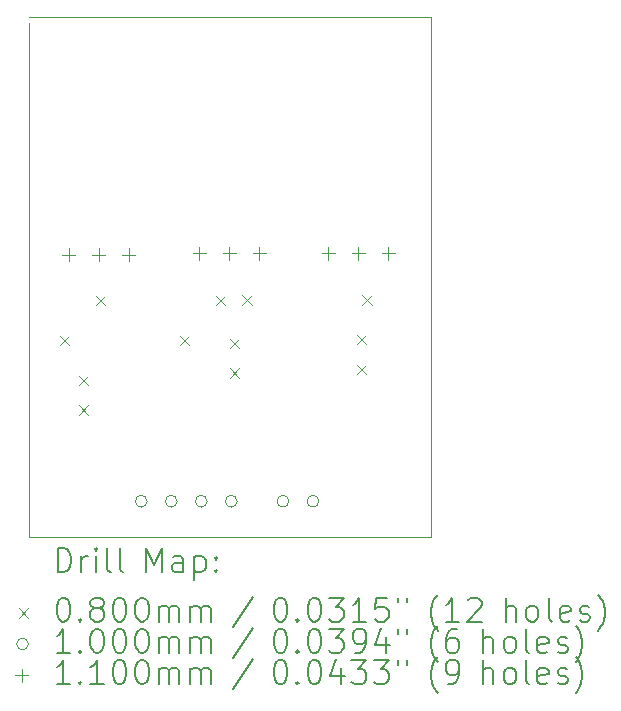
<source format=gbr>
%TF.GenerationSoftware,KiCad,Pcbnew,7.0.0-da2b9df05c~163~ubuntu20.04.1*%
%TF.CreationDate,2023-02-22T20:56:49-05:00*%
%TF.ProjectId,rgb_sw,7267625f-7377-42e6-9b69-6361645f7063,V1.0.0*%
%TF.SameCoordinates,Original*%
%TF.FileFunction,Drillmap*%
%TF.FilePolarity,Positive*%
%FSLAX45Y45*%
G04 Gerber Fmt 4.5, Leading zero omitted, Abs format (unit mm)*
G04 Created by KiCad (PCBNEW 7.0.0-da2b9df05c~163~ubuntu20.04.1) date 2023-02-22 20:56:49*
%MOMM*%
%LPD*%
G01*
G04 APERTURE LIST*
%ADD10C,0.100000*%
%ADD11C,0.200000*%
%ADD12C,0.080000*%
%ADD13C,0.110000*%
G04 APERTURE END LIST*
D10*
X13250000Y-11550000D02*
X13250000Y-7200000D01*
X16650000Y-11550000D02*
X13250000Y-11550000D01*
X16650000Y-7150000D02*
X16650000Y-11550000D01*
X13250000Y-7150000D02*
X16650000Y-7150000D01*
D11*
D12*
X13512000Y-9847000D02*
X13592000Y-9927000D01*
X13592000Y-9847000D02*
X13512000Y-9927000D01*
X13670000Y-10187489D02*
X13750000Y-10267489D01*
X13750000Y-10187489D02*
X13670000Y-10267489D01*
X13670000Y-10437489D02*
X13750000Y-10517489D01*
X13750000Y-10437489D02*
X13670000Y-10517489D01*
X13815000Y-9509000D02*
X13895000Y-9589000D01*
X13895000Y-9509000D02*
X13815000Y-9589000D01*
X14528000Y-9847000D02*
X14608000Y-9927000D01*
X14608000Y-9847000D02*
X14528000Y-9927000D01*
X14831000Y-9509000D02*
X14911000Y-9589000D01*
X14911000Y-9509000D02*
X14831000Y-9589000D01*
X14952000Y-9875489D02*
X15032000Y-9955489D01*
X15032000Y-9875489D02*
X14952000Y-9955489D01*
X14952000Y-10125489D02*
X15032000Y-10205489D01*
X15032000Y-10125489D02*
X14952000Y-10205489D01*
X15054000Y-9508000D02*
X15134000Y-9588000D01*
X15134000Y-9508000D02*
X15054000Y-9588000D01*
X16023000Y-9842489D02*
X16103000Y-9922489D01*
X16103000Y-9842489D02*
X16023000Y-9922489D01*
X16023000Y-10092489D02*
X16103000Y-10172489D01*
X16103000Y-10092489D02*
X16023000Y-10172489D01*
X16070000Y-9508000D02*
X16150000Y-9588000D01*
X16150000Y-9508000D02*
X16070000Y-9588000D01*
D10*
X14250000Y-11250000D02*
G75*
G03*
X14250000Y-11250000I-50000J0D01*
G01*
X14504000Y-11250000D02*
G75*
G03*
X14504000Y-11250000I-50000J0D01*
G01*
X14758000Y-11250000D02*
G75*
G03*
X14758000Y-11250000I-50000J0D01*
G01*
X15012000Y-11250000D02*
G75*
G03*
X15012000Y-11250000I-50000J0D01*
G01*
X15450000Y-11250000D02*
G75*
G03*
X15450000Y-11250000I-50000J0D01*
G01*
X15704000Y-11250000D02*
G75*
G03*
X15704000Y-11250000I-50000J0D01*
G01*
D13*
X13587000Y-9109000D02*
X13587000Y-9219000D01*
X13532000Y-9164000D02*
X13642000Y-9164000D01*
X13841000Y-9109000D02*
X13841000Y-9219000D01*
X13786000Y-9164000D02*
X13896000Y-9164000D01*
X14095000Y-9109000D02*
X14095000Y-9219000D01*
X14040000Y-9164000D02*
X14150000Y-9164000D01*
X14690000Y-9097000D02*
X14690000Y-9207000D01*
X14635000Y-9152000D02*
X14745000Y-9152000D01*
X14944000Y-9097000D02*
X14944000Y-9207000D01*
X14889000Y-9152000D02*
X14999000Y-9152000D01*
X15198000Y-9097000D02*
X15198000Y-9207000D01*
X15143000Y-9152000D02*
X15253000Y-9152000D01*
X15785000Y-9097000D02*
X15785000Y-9207000D01*
X15730000Y-9152000D02*
X15840000Y-9152000D01*
X16039000Y-9097000D02*
X16039000Y-9207000D01*
X15984000Y-9152000D02*
X16094000Y-9152000D01*
X16293000Y-9097000D02*
X16293000Y-9207000D01*
X16238000Y-9152000D02*
X16348000Y-9152000D01*
D11*
X13492619Y-11848476D02*
X13492619Y-11648476D01*
X13492619Y-11648476D02*
X13540238Y-11648476D01*
X13540238Y-11648476D02*
X13568809Y-11658000D01*
X13568809Y-11658000D02*
X13587857Y-11677048D01*
X13587857Y-11677048D02*
X13597381Y-11696095D01*
X13597381Y-11696095D02*
X13606905Y-11734190D01*
X13606905Y-11734190D02*
X13606905Y-11762762D01*
X13606905Y-11762762D02*
X13597381Y-11800857D01*
X13597381Y-11800857D02*
X13587857Y-11819905D01*
X13587857Y-11819905D02*
X13568809Y-11838952D01*
X13568809Y-11838952D02*
X13540238Y-11848476D01*
X13540238Y-11848476D02*
X13492619Y-11848476D01*
X13692619Y-11848476D02*
X13692619Y-11715143D01*
X13692619Y-11753238D02*
X13702143Y-11734190D01*
X13702143Y-11734190D02*
X13711667Y-11724667D01*
X13711667Y-11724667D02*
X13730714Y-11715143D01*
X13730714Y-11715143D02*
X13749762Y-11715143D01*
X13816428Y-11848476D02*
X13816428Y-11715143D01*
X13816428Y-11648476D02*
X13806905Y-11658000D01*
X13806905Y-11658000D02*
X13816428Y-11667524D01*
X13816428Y-11667524D02*
X13825952Y-11658000D01*
X13825952Y-11658000D02*
X13816428Y-11648476D01*
X13816428Y-11648476D02*
X13816428Y-11667524D01*
X13940238Y-11848476D02*
X13921190Y-11838952D01*
X13921190Y-11838952D02*
X13911667Y-11819905D01*
X13911667Y-11819905D02*
X13911667Y-11648476D01*
X14045000Y-11848476D02*
X14025952Y-11838952D01*
X14025952Y-11838952D02*
X14016428Y-11819905D01*
X14016428Y-11819905D02*
X14016428Y-11648476D01*
X14241190Y-11848476D02*
X14241190Y-11648476D01*
X14241190Y-11648476D02*
X14307857Y-11791333D01*
X14307857Y-11791333D02*
X14374524Y-11648476D01*
X14374524Y-11648476D02*
X14374524Y-11848476D01*
X14555476Y-11848476D02*
X14555476Y-11743714D01*
X14555476Y-11743714D02*
X14545952Y-11724667D01*
X14545952Y-11724667D02*
X14526905Y-11715143D01*
X14526905Y-11715143D02*
X14488809Y-11715143D01*
X14488809Y-11715143D02*
X14469762Y-11724667D01*
X14555476Y-11838952D02*
X14536428Y-11848476D01*
X14536428Y-11848476D02*
X14488809Y-11848476D01*
X14488809Y-11848476D02*
X14469762Y-11838952D01*
X14469762Y-11838952D02*
X14460238Y-11819905D01*
X14460238Y-11819905D02*
X14460238Y-11800857D01*
X14460238Y-11800857D02*
X14469762Y-11781809D01*
X14469762Y-11781809D02*
X14488809Y-11772286D01*
X14488809Y-11772286D02*
X14536428Y-11772286D01*
X14536428Y-11772286D02*
X14555476Y-11762762D01*
X14650714Y-11715143D02*
X14650714Y-11915143D01*
X14650714Y-11724667D02*
X14669762Y-11715143D01*
X14669762Y-11715143D02*
X14707857Y-11715143D01*
X14707857Y-11715143D02*
X14726905Y-11724667D01*
X14726905Y-11724667D02*
X14736428Y-11734190D01*
X14736428Y-11734190D02*
X14745952Y-11753238D01*
X14745952Y-11753238D02*
X14745952Y-11810381D01*
X14745952Y-11810381D02*
X14736428Y-11829428D01*
X14736428Y-11829428D02*
X14726905Y-11838952D01*
X14726905Y-11838952D02*
X14707857Y-11848476D01*
X14707857Y-11848476D02*
X14669762Y-11848476D01*
X14669762Y-11848476D02*
X14650714Y-11838952D01*
X14831667Y-11829428D02*
X14841190Y-11838952D01*
X14841190Y-11838952D02*
X14831667Y-11848476D01*
X14831667Y-11848476D02*
X14822143Y-11838952D01*
X14822143Y-11838952D02*
X14831667Y-11829428D01*
X14831667Y-11829428D02*
X14831667Y-11848476D01*
X14831667Y-11724667D02*
X14841190Y-11734190D01*
X14841190Y-11734190D02*
X14831667Y-11743714D01*
X14831667Y-11743714D02*
X14822143Y-11734190D01*
X14822143Y-11734190D02*
X14831667Y-11724667D01*
X14831667Y-11724667D02*
X14831667Y-11743714D01*
D12*
X13165000Y-12155000D02*
X13245000Y-12235000D01*
X13245000Y-12155000D02*
X13165000Y-12235000D01*
D11*
X13530714Y-12068476D02*
X13549762Y-12068476D01*
X13549762Y-12068476D02*
X13568809Y-12078000D01*
X13568809Y-12078000D02*
X13578333Y-12087524D01*
X13578333Y-12087524D02*
X13587857Y-12106571D01*
X13587857Y-12106571D02*
X13597381Y-12144667D01*
X13597381Y-12144667D02*
X13597381Y-12192286D01*
X13597381Y-12192286D02*
X13587857Y-12230381D01*
X13587857Y-12230381D02*
X13578333Y-12249428D01*
X13578333Y-12249428D02*
X13568809Y-12258952D01*
X13568809Y-12258952D02*
X13549762Y-12268476D01*
X13549762Y-12268476D02*
X13530714Y-12268476D01*
X13530714Y-12268476D02*
X13511667Y-12258952D01*
X13511667Y-12258952D02*
X13502143Y-12249428D01*
X13502143Y-12249428D02*
X13492619Y-12230381D01*
X13492619Y-12230381D02*
X13483095Y-12192286D01*
X13483095Y-12192286D02*
X13483095Y-12144667D01*
X13483095Y-12144667D02*
X13492619Y-12106571D01*
X13492619Y-12106571D02*
X13502143Y-12087524D01*
X13502143Y-12087524D02*
X13511667Y-12078000D01*
X13511667Y-12078000D02*
X13530714Y-12068476D01*
X13683095Y-12249428D02*
X13692619Y-12258952D01*
X13692619Y-12258952D02*
X13683095Y-12268476D01*
X13683095Y-12268476D02*
X13673571Y-12258952D01*
X13673571Y-12258952D02*
X13683095Y-12249428D01*
X13683095Y-12249428D02*
X13683095Y-12268476D01*
X13806905Y-12154190D02*
X13787857Y-12144667D01*
X13787857Y-12144667D02*
X13778333Y-12135143D01*
X13778333Y-12135143D02*
X13768809Y-12116095D01*
X13768809Y-12116095D02*
X13768809Y-12106571D01*
X13768809Y-12106571D02*
X13778333Y-12087524D01*
X13778333Y-12087524D02*
X13787857Y-12078000D01*
X13787857Y-12078000D02*
X13806905Y-12068476D01*
X13806905Y-12068476D02*
X13845000Y-12068476D01*
X13845000Y-12068476D02*
X13864048Y-12078000D01*
X13864048Y-12078000D02*
X13873571Y-12087524D01*
X13873571Y-12087524D02*
X13883095Y-12106571D01*
X13883095Y-12106571D02*
X13883095Y-12116095D01*
X13883095Y-12116095D02*
X13873571Y-12135143D01*
X13873571Y-12135143D02*
X13864048Y-12144667D01*
X13864048Y-12144667D02*
X13845000Y-12154190D01*
X13845000Y-12154190D02*
X13806905Y-12154190D01*
X13806905Y-12154190D02*
X13787857Y-12163714D01*
X13787857Y-12163714D02*
X13778333Y-12173238D01*
X13778333Y-12173238D02*
X13768809Y-12192286D01*
X13768809Y-12192286D02*
X13768809Y-12230381D01*
X13768809Y-12230381D02*
X13778333Y-12249428D01*
X13778333Y-12249428D02*
X13787857Y-12258952D01*
X13787857Y-12258952D02*
X13806905Y-12268476D01*
X13806905Y-12268476D02*
X13845000Y-12268476D01*
X13845000Y-12268476D02*
X13864048Y-12258952D01*
X13864048Y-12258952D02*
X13873571Y-12249428D01*
X13873571Y-12249428D02*
X13883095Y-12230381D01*
X13883095Y-12230381D02*
X13883095Y-12192286D01*
X13883095Y-12192286D02*
X13873571Y-12173238D01*
X13873571Y-12173238D02*
X13864048Y-12163714D01*
X13864048Y-12163714D02*
X13845000Y-12154190D01*
X14006905Y-12068476D02*
X14025952Y-12068476D01*
X14025952Y-12068476D02*
X14045000Y-12078000D01*
X14045000Y-12078000D02*
X14054524Y-12087524D01*
X14054524Y-12087524D02*
X14064048Y-12106571D01*
X14064048Y-12106571D02*
X14073571Y-12144667D01*
X14073571Y-12144667D02*
X14073571Y-12192286D01*
X14073571Y-12192286D02*
X14064048Y-12230381D01*
X14064048Y-12230381D02*
X14054524Y-12249428D01*
X14054524Y-12249428D02*
X14045000Y-12258952D01*
X14045000Y-12258952D02*
X14025952Y-12268476D01*
X14025952Y-12268476D02*
X14006905Y-12268476D01*
X14006905Y-12268476D02*
X13987857Y-12258952D01*
X13987857Y-12258952D02*
X13978333Y-12249428D01*
X13978333Y-12249428D02*
X13968809Y-12230381D01*
X13968809Y-12230381D02*
X13959286Y-12192286D01*
X13959286Y-12192286D02*
X13959286Y-12144667D01*
X13959286Y-12144667D02*
X13968809Y-12106571D01*
X13968809Y-12106571D02*
X13978333Y-12087524D01*
X13978333Y-12087524D02*
X13987857Y-12078000D01*
X13987857Y-12078000D02*
X14006905Y-12068476D01*
X14197381Y-12068476D02*
X14216429Y-12068476D01*
X14216429Y-12068476D02*
X14235476Y-12078000D01*
X14235476Y-12078000D02*
X14245000Y-12087524D01*
X14245000Y-12087524D02*
X14254524Y-12106571D01*
X14254524Y-12106571D02*
X14264048Y-12144667D01*
X14264048Y-12144667D02*
X14264048Y-12192286D01*
X14264048Y-12192286D02*
X14254524Y-12230381D01*
X14254524Y-12230381D02*
X14245000Y-12249428D01*
X14245000Y-12249428D02*
X14235476Y-12258952D01*
X14235476Y-12258952D02*
X14216429Y-12268476D01*
X14216429Y-12268476D02*
X14197381Y-12268476D01*
X14197381Y-12268476D02*
X14178333Y-12258952D01*
X14178333Y-12258952D02*
X14168809Y-12249428D01*
X14168809Y-12249428D02*
X14159286Y-12230381D01*
X14159286Y-12230381D02*
X14149762Y-12192286D01*
X14149762Y-12192286D02*
X14149762Y-12144667D01*
X14149762Y-12144667D02*
X14159286Y-12106571D01*
X14159286Y-12106571D02*
X14168809Y-12087524D01*
X14168809Y-12087524D02*
X14178333Y-12078000D01*
X14178333Y-12078000D02*
X14197381Y-12068476D01*
X14349762Y-12268476D02*
X14349762Y-12135143D01*
X14349762Y-12154190D02*
X14359286Y-12144667D01*
X14359286Y-12144667D02*
X14378333Y-12135143D01*
X14378333Y-12135143D02*
X14406905Y-12135143D01*
X14406905Y-12135143D02*
X14425952Y-12144667D01*
X14425952Y-12144667D02*
X14435476Y-12163714D01*
X14435476Y-12163714D02*
X14435476Y-12268476D01*
X14435476Y-12163714D02*
X14445000Y-12144667D01*
X14445000Y-12144667D02*
X14464048Y-12135143D01*
X14464048Y-12135143D02*
X14492619Y-12135143D01*
X14492619Y-12135143D02*
X14511667Y-12144667D01*
X14511667Y-12144667D02*
X14521190Y-12163714D01*
X14521190Y-12163714D02*
X14521190Y-12268476D01*
X14616429Y-12268476D02*
X14616429Y-12135143D01*
X14616429Y-12154190D02*
X14625952Y-12144667D01*
X14625952Y-12144667D02*
X14645000Y-12135143D01*
X14645000Y-12135143D02*
X14673571Y-12135143D01*
X14673571Y-12135143D02*
X14692619Y-12144667D01*
X14692619Y-12144667D02*
X14702143Y-12163714D01*
X14702143Y-12163714D02*
X14702143Y-12268476D01*
X14702143Y-12163714D02*
X14711667Y-12144667D01*
X14711667Y-12144667D02*
X14730714Y-12135143D01*
X14730714Y-12135143D02*
X14759286Y-12135143D01*
X14759286Y-12135143D02*
X14778333Y-12144667D01*
X14778333Y-12144667D02*
X14787857Y-12163714D01*
X14787857Y-12163714D02*
X14787857Y-12268476D01*
X15145952Y-12058952D02*
X14974524Y-12316095D01*
X15370714Y-12068476D02*
X15389762Y-12068476D01*
X15389762Y-12068476D02*
X15408810Y-12078000D01*
X15408810Y-12078000D02*
X15418333Y-12087524D01*
X15418333Y-12087524D02*
X15427857Y-12106571D01*
X15427857Y-12106571D02*
X15437381Y-12144667D01*
X15437381Y-12144667D02*
X15437381Y-12192286D01*
X15437381Y-12192286D02*
X15427857Y-12230381D01*
X15427857Y-12230381D02*
X15418333Y-12249428D01*
X15418333Y-12249428D02*
X15408810Y-12258952D01*
X15408810Y-12258952D02*
X15389762Y-12268476D01*
X15389762Y-12268476D02*
X15370714Y-12268476D01*
X15370714Y-12268476D02*
X15351667Y-12258952D01*
X15351667Y-12258952D02*
X15342143Y-12249428D01*
X15342143Y-12249428D02*
X15332619Y-12230381D01*
X15332619Y-12230381D02*
X15323095Y-12192286D01*
X15323095Y-12192286D02*
X15323095Y-12144667D01*
X15323095Y-12144667D02*
X15332619Y-12106571D01*
X15332619Y-12106571D02*
X15342143Y-12087524D01*
X15342143Y-12087524D02*
X15351667Y-12078000D01*
X15351667Y-12078000D02*
X15370714Y-12068476D01*
X15523095Y-12249428D02*
X15532619Y-12258952D01*
X15532619Y-12258952D02*
X15523095Y-12268476D01*
X15523095Y-12268476D02*
X15513571Y-12258952D01*
X15513571Y-12258952D02*
X15523095Y-12249428D01*
X15523095Y-12249428D02*
X15523095Y-12268476D01*
X15656429Y-12068476D02*
X15675476Y-12068476D01*
X15675476Y-12068476D02*
X15694524Y-12078000D01*
X15694524Y-12078000D02*
X15704048Y-12087524D01*
X15704048Y-12087524D02*
X15713571Y-12106571D01*
X15713571Y-12106571D02*
X15723095Y-12144667D01*
X15723095Y-12144667D02*
X15723095Y-12192286D01*
X15723095Y-12192286D02*
X15713571Y-12230381D01*
X15713571Y-12230381D02*
X15704048Y-12249428D01*
X15704048Y-12249428D02*
X15694524Y-12258952D01*
X15694524Y-12258952D02*
X15675476Y-12268476D01*
X15675476Y-12268476D02*
X15656429Y-12268476D01*
X15656429Y-12268476D02*
X15637381Y-12258952D01*
X15637381Y-12258952D02*
X15627857Y-12249428D01*
X15627857Y-12249428D02*
X15618333Y-12230381D01*
X15618333Y-12230381D02*
X15608810Y-12192286D01*
X15608810Y-12192286D02*
X15608810Y-12144667D01*
X15608810Y-12144667D02*
X15618333Y-12106571D01*
X15618333Y-12106571D02*
X15627857Y-12087524D01*
X15627857Y-12087524D02*
X15637381Y-12078000D01*
X15637381Y-12078000D02*
X15656429Y-12068476D01*
X15789762Y-12068476D02*
X15913571Y-12068476D01*
X15913571Y-12068476D02*
X15846905Y-12144667D01*
X15846905Y-12144667D02*
X15875476Y-12144667D01*
X15875476Y-12144667D02*
X15894524Y-12154190D01*
X15894524Y-12154190D02*
X15904048Y-12163714D01*
X15904048Y-12163714D02*
X15913571Y-12182762D01*
X15913571Y-12182762D02*
X15913571Y-12230381D01*
X15913571Y-12230381D02*
X15904048Y-12249428D01*
X15904048Y-12249428D02*
X15894524Y-12258952D01*
X15894524Y-12258952D02*
X15875476Y-12268476D01*
X15875476Y-12268476D02*
X15818333Y-12268476D01*
X15818333Y-12268476D02*
X15799286Y-12258952D01*
X15799286Y-12258952D02*
X15789762Y-12249428D01*
X16104048Y-12268476D02*
X15989762Y-12268476D01*
X16046905Y-12268476D02*
X16046905Y-12068476D01*
X16046905Y-12068476D02*
X16027857Y-12097048D01*
X16027857Y-12097048D02*
X16008810Y-12116095D01*
X16008810Y-12116095D02*
X15989762Y-12125619D01*
X16285000Y-12068476D02*
X16189762Y-12068476D01*
X16189762Y-12068476D02*
X16180238Y-12163714D01*
X16180238Y-12163714D02*
X16189762Y-12154190D01*
X16189762Y-12154190D02*
X16208810Y-12144667D01*
X16208810Y-12144667D02*
X16256429Y-12144667D01*
X16256429Y-12144667D02*
X16275476Y-12154190D01*
X16275476Y-12154190D02*
X16285000Y-12163714D01*
X16285000Y-12163714D02*
X16294524Y-12182762D01*
X16294524Y-12182762D02*
X16294524Y-12230381D01*
X16294524Y-12230381D02*
X16285000Y-12249428D01*
X16285000Y-12249428D02*
X16275476Y-12258952D01*
X16275476Y-12258952D02*
X16256429Y-12268476D01*
X16256429Y-12268476D02*
X16208810Y-12268476D01*
X16208810Y-12268476D02*
X16189762Y-12258952D01*
X16189762Y-12258952D02*
X16180238Y-12249428D01*
X16370714Y-12068476D02*
X16370714Y-12106571D01*
X16446905Y-12068476D02*
X16446905Y-12106571D01*
X16709762Y-12344667D02*
X16700238Y-12335143D01*
X16700238Y-12335143D02*
X16681191Y-12306571D01*
X16681191Y-12306571D02*
X16671667Y-12287524D01*
X16671667Y-12287524D02*
X16662143Y-12258952D01*
X16662143Y-12258952D02*
X16652619Y-12211333D01*
X16652619Y-12211333D02*
X16652619Y-12173238D01*
X16652619Y-12173238D02*
X16662143Y-12125619D01*
X16662143Y-12125619D02*
X16671667Y-12097048D01*
X16671667Y-12097048D02*
X16681191Y-12078000D01*
X16681191Y-12078000D02*
X16700238Y-12049428D01*
X16700238Y-12049428D02*
X16709762Y-12039905D01*
X16890714Y-12268476D02*
X16776429Y-12268476D01*
X16833572Y-12268476D02*
X16833572Y-12068476D01*
X16833572Y-12068476D02*
X16814524Y-12097048D01*
X16814524Y-12097048D02*
X16795476Y-12116095D01*
X16795476Y-12116095D02*
X16776429Y-12125619D01*
X16966905Y-12087524D02*
X16976429Y-12078000D01*
X16976429Y-12078000D02*
X16995476Y-12068476D01*
X16995476Y-12068476D02*
X17043095Y-12068476D01*
X17043095Y-12068476D02*
X17062143Y-12078000D01*
X17062143Y-12078000D02*
X17071667Y-12087524D01*
X17071667Y-12087524D02*
X17081191Y-12106571D01*
X17081191Y-12106571D02*
X17081191Y-12125619D01*
X17081191Y-12125619D02*
X17071667Y-12154190D01*
X17071667Y-12154190D02*
X16957381Y-12268476D01*
X16957381Y-12268476D02*
X17081191Y-12268476D01*
X17286905Y-12268476D02*
X17286905Y-12068476D01*
X17372619Y-12268476D02*
X17372619Y-12163714D01*
X17372619Y-12163714D02*
X17363095Y-12144667D01*
X17363095Y-12144667D02*
X17344048Y-12135143D01*
X17344048Y-12135143D02*
X17315476Y-12135143D01*
X17315476Y-12135143D02*
X17296429Y-12144667D01*
X17296429Y-12144667D02*
X17286905Y-12154190D01*
X17496429Y-12268476D02*
X17477381Y-12258952D01*
X17477381Y-12258952D02*
X17467857Y-12249428D01*
X17467857Y-12249428D02*
X17458334Y-12230381D01*
X17458334Y-12230381D02*
X17458334Y-12173238D01*
X17458334Y-12173238D02*
X17467857Y-12154190D01*
X17467857Y-12154190D02*
X17477381Y-12144667D01*
X17477381Y-12144667D02*
X17496429Y-12135143D01*
X17496429Y-12135143D02*
X17525000Y-12135143D01*
X17525000Y-12135143D02*
X17544048Y-12144667D01*
X17544048Y-12144667D02*
X17553572Y-12154190D01*
X17553572Y-12154190D02*
X17563095Y-12173238D01*
X17563095Y-12173238D02*
X17563095Y-12230381D01*
X17563095Y-12230381D02*
X17553572Y-12249428D01*
X17553572Y-12249428D02*
X17544048Y-12258952D01*
X17544048Y-12258952D02*
X17525000Y-12268476D01*
X17525000Y-12268476D02*
X17496429Y-12268476D01*
X17677381Y-12268476D02*
X17658334Y-12258952D01*
X17658334Y-12258952D02*
X17648810Y-12239905D01*
X17648810Y-12239905D02*
X17648810Y-12068476D01*
X17829762Y-12258952D02*
X17810715Y-12268476D01*
X17810715Y-12268476D02*
X17772619Y-12268476D01*
X17772619Y-12268476D02*
X17753572Y-12258952D01*
X17753572Y-12258952D02*
X17744048Y-12239905D01*
X17744048Y-12239905D02*
X17744048Y-12163714D01*
X17744048Y-12163714D02*
X17753572Y-12144667D01*
X17753572Y-12144667D02*
X17772619Y-12135143D01*
X17772619Y-12135143D02*
X17810715Y-12135143D01*
X17810715Y-12135143D02*
X17829762Y-12144667D01*
X17829762Y-12144667D02*
X17839286Y-12163714D01*
X17839286Y-12163714D02*
X17839286Y-12182762D01*
X17839286Y-12182762D02*
X17744048Y-12201809D01*
X17915476Y-12258952D02*
X17934524Y-12268476D01*
X17934524Y-12268476D02*
X17972619Y-12268476D01*
X17972619Y-12268476D02*
X17991667Y-12258952D01*
X17991667Y-12258952D02*
X18001191Y-12239905D01*
X18001191Y-12239905D02*
X18001191Y-12230381D01*
X18001191Y-12230381D02*
X17991667Y-12211333D01*
X17991667Y-12211333D02*
X17972619Y-12201809D01*
X17972619Y-12201809D02*
X17944048Y-12201809D01*
X17944048Y-12201809D02*
X17925000Y-12192286D01*
X17925000Y-12192286D02*
X17915476Y-12173238D01*
X17915476Y-12173238D02*
X17915476Y-12163714D01*
X17915476Y-12163714D02*
X17925000Y-12144667D01*
X17925000Y-12144667D02*
X17944048Y-12135143D01*
X17944048Y-12135143D02*
X17972619Y-12135143D01*
X17972619Y-12135143D02*
X17991667Y-12144667D01*
X18067857Y-12344667D02*
X18077381Y-12335143D01*
X18077381Y-12335143D02*
X18096429Y-12306571D01*
X18096429Y-12306571D02*
X18105953Y-12287524D01*
X18105953Y-12287524D02*
X18115476Y-12258952D01*
X18115476Y-12258952D02*
X18125000Y-12211333D01*
X18125000Y-12211333D02*
X18125000Y-12173238D01*
X18125000Y-12173238D02*
X18115476Y-12125619D01*
X18115476Y-12125619D02*
X18105953Y-12097048D01*
X18105953Y-12097048D02*
X18096429Y-12078000D01*
X18096429Y-12078000D02*
X18077381Y-12049428D01*
X18077381Y-12049428D02*
X18067857Y-12039905D01*
D10*
X13245000Y-12459000D02*
G75*
G03*
X13245000Y-12459000I-50000J0D01*
G01*
D11*
X13597381Y-12532476D02*
X13483095Y-12532476D01*
X13540238Y-12532476D02*
X13540238Y-12332476D01*
X13540238Y-12332476D02*
X13521190Y-12361048D01*
X13521190Y-12361048D02*
X13502143Y-12380095D01*
X13502143Y-12380095D02*
X13483095Y-12389619D01*
X13683095Y-12513428D02*
X13692619Y-12522952D01*
X13692619Y-12522952D02*
X13683095Y-12532476D01*
X13683095Y-12532476D02*
X13673571Y-12522952D01*
X13673571Y-12522952D02*
X13683095Y-12513428D01*
X13683095Y-12513428D02*
X13683095Y-12532476D01*
X13816428Y-12332476D02*
X13835476Y-12332476D01*
X13835476Y-12332476D02*
X13854524Y-12342000D01*
X13854524Y-12342000D02*
X13864048Y-12351524D01*
X13864048Y-12351524D02*
X13873571Y-12370571D01*
X13873571Y-12370571D02*
X13883095Y-12408667D01*
X13883095Y-12408667D02*
X13883095Y-12456286D01*
X13883095Y-12456286D02*
X13873571Y-12494381D01*
X13873571Y-12494381D02*
X13864048Y-12513428D01*
X13864048Y-12513428D02*
X13854524Y-12522952D01*
X13854524Y-12522952D02*
X13835476Y-12532476D01*
X13835476Y-12532476D02*
X13816428Y-12532476D01*
X13816428Y-12532476D02*
X13797381Y-12522952D01*
X13797381Y-12522952D02*
X13787857Y-12513428D01*
X13787857Y-12513428D02*
X13778333Y-12494381D01*
X13778333Y-12494381D02*
X13768809Y-12456286D01*
X13768809Y-12456286D02*
X13768809Y-12408667D01*
X13768809Y-12408667D02*
X13778333Y-12370571D01*
X13778333Y-12370571D02*
X13787857Y-12351524D01*
X13787857Y-12351524D02*
X13797381Y-12342000D01*
X13797381Y-12342000D02*
X13816428Y-12332476D01*
X14006905Y-12332476D02*
X14025952Y-12332476D01*
X14025952Y-12332476D02*
X14045000Y-12342000D01*
X14045000Y-12342000D02*
X14054524Y-12351524D01*
X14054524Y-12351524D02*
X14064048Y-12370571D01*
X14064048Y-12370571D02*
X14073571Y-12408667D01*
X14073571Y-12408667D02*
X14073571Y-12456286D01*
X14073571Y-12456286D02*
X14064048Y-12494381D01*
X14064048Y-12494381D02*
X14054524Y-12513428D01*
X14054524Y-12513428D02*
X14045000Y-12522952D01*
X14045000Y-12522952D02*
X14025952Y-12532476D01*
X14025952Y-12532476D02*
X14006905Y-12532476D01*
X14006905Y-12532476D02*
X13987857Y-12522952D01*
X13987857Y-12522952D02*
X13978333Y-12513428D01*
X13978333Y-12513428D02*
X13968809Y-12494381D01*
X13968809Y-12494381D02*
X13959286Y-12456286D01*
X13959286Y-12456286D02*
X13959286Y-12408667D01*
X13959286Y-12408667D02*
X13968809Y-12370571D01*
X13968809Y-12370571D02*
X13978333Y-12351524D01*
X13978333Y-12351524D02*
X13987857Y-12342000D01*
X13987857Y-12342000D02*
X14006905Y-12332476D01*
X14197381Y-12332476D02*
X14216429Y-12332476D01*
X14216429Y-12332476D02*
X14235476Y-12342000D01*
X14235476Y-12342000D02*
X14245000Y-12351524D01*
X14245000Y-12351524D02*
X14254524Y-12370571D01*
X14254524Y-12370571D02*
X14264048Y-12408667D01*
X14264048Y-12408667D02*
X14264048Y-12456286D01*
X14264048Y-12456286D02*
X14254524Y-12494381D01*
X14254524Y-12494381D02*
X14245000Y-12513428D01*
X14245000Y-12513428D02*
X14235476Y-12522952D01*
X14235476Y-12522952D02*
X14216429Y-12532476D01*
X14216429Y-12532476D02*
X14197381Y-12532476D01*
X14197381Y-12532476D02*
X14178333Y-12522952D01*
X14178333Y-12522952D02*
X14168809Y-12513428D01*
X14168809Y-12513428D02*
X14159286Y-12494381D01*
X14159286Y-12494381D02*
X14149762Y-12456286D01*
X14149762Y-12456286D02*
X14149762Y-12408667D01*
X14149762Y-12408667D02*
X14159286Y-12370571D01*
X14159286Y-12370571D02*
X14168809Y-12351524D01*
X14168809Y-12351524D02*
X14178333Y-12342000D01*
X14178333Y-12342000D02*
X14197381Y-12332476D01*
X14349762Y-12532476D02*
X14349762Y-12399143D01*
X14349762Y-12418190D02*
X14359286Y-12408667D01*
X14359286Y-12408667D02*
X14378333Y-12399143D01*
X14378333Y-12399143D02*
X14406905Y-12399143D01*
X14406905Y-12399143D02*
X14425952Y-12408667D01*
X14425952Y-12408667D02*
X14435476Y-12427714D01*
X14435476Y-12427714D02*
X14435476Y-12532476D01*
X14435476Y-12427714D02*
X14445000Y-12408667D01*
X14445000Y-12408667D02*
X14464048Y-12399143D01*
X14464048Y-12399143D02*
X14492619Y-12399143D01*
X14492619Y-12399143D02*
X14511667Y-12408667D01*
X14511667Y-12408667D02*
X14521190Y-12427714D01*
X14521190Y-12427714D02*
X14521190Y-12532476D01*
X14616429Y-12532476D02*
X14616429Y-12399143D01*
X14616429Y-12418190D02*
X14625952Y-12408667D01*
X14625952Y-12408667D02*
X14645000Y-12399143D01*
X14645000Y-12399143D02*
X14673571Y-12399143D01*
X14673571Y-12399143D02*
X14692619Y-12408667D01*
X14692619Y-12408667D02*
X14702143Y-12427714D01*
X14702143Y-12427714D02*
X14702143Y-12532476D01*
X14702143Y-12427714D02*
X14711667Y-12408667D01*
X14711667Y-12408667D02*
X14730714Y-12399143D01*
X14730714Y-12399143D02*
X14759286Y-12399143D01*
X14759286Y-12399143D02*
X14778333Y-12408667D01*
X14778333Y-12408667D02*
X14787857Y-12427714D01*
X14787857Y-12427714D02*
X14787857Y-12532476D01*
X15145952Y-12322952D02*
X14974524Y-12580095D01*
X15370714Y-12332476D02*
X15389762Y-12332476D01*
X15389762Y-12332476D02*
X15408810Y-12342000D01*
X15408810Y-12342000D02*
X15418333Y-12351524D01*
X15418333Y-12351524D02*
X15427857Y-12370571D01*
X15427857Y-12370571D02*
X15437381Y-12408667D01*
X15437381Y-12408667D02*
X15437381Y-12456286D01*
X15437381Y-12456286D02*
X15427857Y-12494381D01*
X15427857Y-12494381D02*
X15418333Y-12513428D01*
X15418333Y-12513428D02*
X15408810Y-12522952D01*
X15408810Y-12522952D02*
X15389762Y-12532476D01*
X15389762Y-12532476D02*
X15370714Y-12532476D01*
X15370714Y-12532476D02*
X15351667Y-12522952D01*
X15351667Y-12522952D02*
X15342143Y-12513428D01*
X15342143Y-12513428D02*
X15332619Y-12494381D01*
X15332619Y-12494381D02*
X15323095Y-12456286D01*
X15323095Y-12456286D02*
X15323095Y-12408667D01*
X15323095Y-12408667D02*
X15332619Y-12370571D01*
X15332619Y-12370571D02*
X15342143Y-12351524D01*
X15342143Y-12351524D02*
X15351667Y-12342000D01*
X15351667Y-12342000D02*
X15370714Y-12332476D01*
X15523095Y-12513428D02*
X15532619Y-12522952D01*
X15532619Y-12522952D02*
X15523095Y-12532476D01*
X15523095Y-12532476D02*
X15513571Y-12522952D01*
X15513571Y-12522952D02*
X15523095Y-12513428D01*
X15523095Y-12513428D02*
X15523095Y-12532476D01*
X15656429Y-12332476D02*
X15675476Y-12332476D01*
X15675476Y-12332476D02*
X15694524Y-12342000D01*
X15694524Y-12342000D02*
X15704048Y-12351524D01*
X15704048Y-12351524D02*
X15713571Y-12370571D01*
X15713571Y-12370571D02*
X15723095Y-12408667D01*
X15723095Y-12408667D02*
X15723095Y-12456286D01*
X15723095Y-12456286D02*
X15713571Y-12494381D01*
X15713571Y-12494381D02*
X15704048Y-12513428D01*
X15704048Y-12513428D02*
X15694524Y-12522952D01*
X15694524Y-12522952D02*
X15675476Y-12532476D01*
X15675476Y-12532476D02*
X15656429Y-12532476D01*
X15656429Y-12532476D02*
X15637381Y-12522952D01*
X15637381Y-12522952D02*
X15627857Y-12513428D01*
X15627857Y-12513428D02*
X15618333Y-12494381D01*
X15618333Y-12494381D02*
X15608810Y-12456286D01*
X15608810Y-12456286D02*
X15608810Y-12408667D01*
X15608810Y-12408667D02*
X15618333Y-12370571D01*
X15618333Y-12370571D02*
X15627857Y-12351524D01*
X15627857Y-12351524D02*
X15637381Y-12342000D01*
X15637381Y-12342000D02*
X15656429Y-12332476D01*
X15789762Y-12332476D02*
X15913571Y-12332476D01*
X15913571Y-12332476D02*
X15846905Y-12408667D01*
X15846905Y-12408667D02*
X15875476Y-12408667D01*
X15875476Y-12408667D02*
X15894524Y-12418190D01*
X15894524Y-12418190D02*
X15904048Y-12427714D01*
X15904048Y-12427714D02*
X15913571Y-12446762D01*
X15913571Y-12446762D02*
X15913571Y-12494381D01*
X15913571Y-12494381D02*
X15904048Y-12513428D01*
X15904048Y-12513428D02*
X15894524Y-12522952D01*
X15894524Y-12522952D02*
X15875476Y-12532476D01*
X15875476Y-12532476D02*
X15818333Y-12532476D01*
X15818333Y-12532476D02*
X15799286Y-12522952D01*
X15799286Y-12522952D02*
X15789762Y-12513428D01*
X16008810Y-12532476D02*
X16046905Y-12532476D01*
X16046905Y-12532476D02*
X16065952Y-12522952D01*
X16065952Y-12522952D02*
X16075476Y-12513428D01*
X16075476Y-12513428D02*
X16094524Y-12484857D01*
X16094524Y-12484857D02*
X16104048Y-12446762D01*
X16104048Y-12446762D02*
X16104048Y-12370571D01*
X16104048Y-12370571D02*
X16094524Y-12351524D01*
X16094524Y-12351524D02*
X16085000Y-12342000D01*
X16085000Y-12342000D02*
X16065952Y-12332476D01*
X16065952Y-12332476D02*
X16027857Y-12332476D01*
X16027857Y-12332476D02*
X16008810Y-12342000D01*
X16008810Y-12342000D02*
X15999286Y-12351524D01*
X15999286Y-12351524D02*
X15989762Y-12370571D01*
X15989762Y-12370571D02*
X15989762Y-12418190D01*
X15989762Y-12418190D02*
X15999286Y-12437238D01*
X15999286Y-12437238D02*
X16008810Y-12446762D01*
X16008810Y-12446762D02*
X16027857Y-12456286D01*
X16027857Y-12456286D02*
X16065952Y-12456286D01*
X16065952Y-12456286D02*
X16085000Y-12446762D01*
X16085000Y-12446762D02*
X16094524Y-12437238D01*
X16094524Y-12437238D02*
X16104048Y-12418190D01*
X16275476Y-12399143D02*
X16275476Y-12532476D01*
X16227857Y-12322952D02*
X16180238Y-12465809D01*
X16180238Y-12465809D02*
X16304048Y-12465809D01*
X16370714Y-12332476D02*
X16370714Y-12370571D01*
X16446905Y-12332476D02*
X16446905Y-12370571D01*
X16709762Y-12608667D02*
X16700238Y-12599143D01*
X16700238Y-12599143D02*
X16681191Y-12570571D01*
X16681191Y-12570571D02*
X16671667Y-12551524D01*
X16671667Y-12551524D02*
X16662143Y-12522952D01*
X16662143Y-12522952D02*
X16652619Y-12475333D01*
X16652619Y-12475333D02*
X16652619Y-12437238D01*
X16652619Y-12437238D02*
X16662143Y-12389619D01*
X16662143Y-12389619D02*
X16671667Y-12361048D01*
X16671667Y-12361048D02*
X16681191Y-12342000D01*
X16681191Y-12342000D02*
X16700238Y-12313428D01*
X16700238Y-12313428D02*
X16709762Y-12303905D01*
X16871667Y-12332476D02*
X16833572Y-12332476D01*
X16833572Y-12332476D02*
X16814524Y-12342000D01*
X16814524Y-12342000D02*
X16805000Y-12351524D01*
X16805000Y-12351524D02*
X16785953Y-12380095D01*
X16785953Y-12380095D02*
X16776429Y-12418190D01*
X16776429Y-12418190D02*
X16776429Y-12494381D01*
X16776429Y-12494381D02*
X16785953Y-12513428D01*
X16785953Y-12513428D02*
X16795476Y-12522952D01*
X16795476Y-12522952D02*
X16814524Y-12532476D01*
X16814524Y-12532476D02*
X16852619Y-12532476D01*
X16852619Y-12532476D02*
X16871667Y-12522952D01*
X16871667Y-12522952D02*
X16881191Y-12513428D01*
X16881191Y-12513428D02*
X16890714Y-12494381D01*
X16890714Y-12494381D02*
X16890714Y-12446762D01*
X16890714Y-12446762D02*
X16881191Y-12427714D01*
X16881191Y-12427714D02*
X16871667Y-12418190D01*
X16871667Y-12418190D02*
X16852619Y-12408667D01*
X16852619Y-12408667D02*
X16814524Y-12408667D01*
X16814524Y-12408667D02*
X16795476Y-12418190D01*
X16795476Y-12418190D02*
X16785953Y-12427714D01*
X16785953Y-12427714D02*
X16776429Y-12446762D01*
X17096429Y-12532476D02*
X17096429Y-12332476D01*
X17182143Y-12532476D02*
X17182143Y-12427714D01*
X17182143Y-12427714D02*
X17172619Y-12408667D01*
X17172619Y-12408667D02*
X17153572Y-12399143D01*
X17153572Y-12399143D02*
X17125000Y-12399143D01*
X17125000Y-12399143D02*
X17105953Y-12408667D01*
X17105953Y-12408667D02*
X17096429Y-12418190D01*
X17305953Y-12532476D02*
X17286905Y-12522952D01*
X17286905Y-12522952D02*
X17277381Y-12513428D01*
X17277381Y-12513428D02*
X17267857Y-12494381D01*
X17267857Y-12494381D02*
X17267857Y-12437238D01*
X17267857Y-12437238D02*
X17277381Y-12418190D01*
X17277381Y-12418190D02*
X17286905Y-12408667D01*
X17286905Y-12408667D02*
X17305953Y-12399143D01*
X17305953Y-12399143D02*
X17334524Y-12399143D01*
X17334524Y-12399143D02*
X17353572Y-12408667D01*
X17353572Y-12408667D02*
X17363095Y-12418190D01*
X17363095Y-12418190D02*
X17372619Y-12437238D01*
X17372619Y-12437238D02*
X17372619Y-12494381D01*
X17372619Y-12494381D02*
X17363095Y-12513428D01*
X17363095Y-12513428D02*
X17353572Y-12522952D01*
X17353572Y-12522952D02*
X17334524Y-12532476D01*
X17334524Y-12532476D02*
X17305953Y-12532476D01*
X17486905Y-12532476D02*
X17467857Y-12522952D01*
X17467857Y-12522952D02*
X17458334Y-12503905D01*
X17458334Y-12503905D02*
X17458334Y-12332476D01*
X17639286Y-12522952D02*
X17620238Y-12532476D01*
X17620238Y-12532476D02*
X17582143Y-12532476D01*
X17582143Y-12532476D02*
X17563095Y-12522952D01*
X17563095Y-12522952D02*
X17553572Y-12503905D01*
X17553572Y-12503905D02*
X17553572Y-12427714D01*
X17553572Y-12427714D02*
X17563095Y-12408667D01*
X17563095Y-12408667D02*
X17582143Y-12399143D01*
X17582143Y-12399143D02*
X17620238Y-12399143D01*
X17620238Y-12399143D02*
X17639286Y-12408667D01*
X17639286Y-12408667D02*
X17648810Y-12427714D01*
X17648810Y-12427714D02*
X17648810Y-12446762D01*
X17648810Y-12446762D02*
X17553572Y-12465809D01*
X17725000Y-12522952D02*
X17744048Y-12532476D01*
X17744048Y-12532476D02*
X17782143Y-12532476D01*
X17782143Y-12532476D02*
X17801191Y-12522952D01*
X17801191Y-12522952D02*
X17810715Y-12503905D01*
X17810715Y-12503905D02*
X17810715Y-12494381D01*
X17810715Y-12494381D02*
X17801191Y-12475333D01*
X17801191Y-12475333D02*
X17782143Y-12465809D01*
X17782143Y-12465809D02*
X17753572Y-12465809D01*
X17753572Y-12465809D02*
X17734524Y-12456286D01*
X17734524Y-12456286D02*
X17725000Y-12437238D01*
X17725000Y-12437238D02*
X17725000Y-12427714D01*
X17725000Y-12427714D02*
X17734524Y-12408667D01*
X17734524Y-12408667D02*
X17753572Y-12399143D01*
X17753572Y-12399143D02*
X17782143Y-12399143D01*
X17782143Y-12399143D02*
X17801191Y-12408667D01*
X17877381Y-12608667D02*
X17886905Y-12599143D01*
X17886905Y-12599143D02*
X17905953Y-12570571D01*
X17905953Y-12570571D02*
X17915476Y-12551524D01*
X17915476Y-12551524D02*
X17925000Y-12522952D01*
X17925000Y-12522952D02*
X17934524Y-12475333D01*
X17934524Y-12475333D02*
X17934524Y-12437238D01*
X17934524Y-12437238D02*
X17925000Y-12389619D01*
X17925000Y-12389619D02*
X17915476Y-12361048D01*
X17915476Y-12361048D02*
X17905953Y-12342000D01*
X17905953Y-12342000D02*
X17886905Y-12313428D01*
X17886905Y-12313428D02*
X17877381Y-12303905D01*
D13*
X13190000Y-12668000D02*
X13190000Y-12778000D01*
X13135000Y-12723000D02*
X13245000Y-12723000D01*
D11*
X13597381Y-12796476D02*
X13483095Y-12796476D01*
X13540238Y-12796476D02*
X13540238Y-12596476D01*
X13540238Y-12596476D02*
X13521190Y-12625048D01*
X13521190Y-12625048D02*
X13502143Y-12644095D01*
X13502143Y-12644095D02*
X13483095Y-12653619D01*
X13683095Y-12777428D02*
X13692619Y-12786952D01*
X13692619Y-12786952D02*
X13683095Y-12796476D01*
X13683095Y-12796476D02*
X13673571Y-12786952D01*
X13673571Y-12786952D02*
X13683095Y-12777428D01*
X13683095Y-12777428D02*
X13683095Y-12796476D01*
X13883095Y-12796476D02*
X13768809Y-12796476D01*
X13825952Y-12796476D02*
X13825952Y-12596476D01*
X13825952Y-12596476D02*
X13806905Y-12625048D01*
X13806905Y-12625048D02*
X13787857Y-12644095D01*
X13787857Y-12644095D02*
X13768809Y-12653619D01*
X14006905Y-12596476D02*
X14025952Y-12596476D01*
X14025952Y-12596476D02*
X14045000Y-12606000D01*
X14045000Y-12606000D02*
X14054524Y-12615524D01*
X14054524Y-12615524D02*
X14064048Y-12634571D01*
X14064048Y-12634571D02*
X14073571Y-12672667D01*
X14073571Y-12672667D02*
X14073571Y-12720286D01*
X14073571Y-12720286D02*
X14064048Y-12758381D01*
X14064048Y-12758381D02*
X14054524Y-12777428D01*
X14054524Y-12777428D02*
X14045000Y-12786952D01*
X14045000Y-12786952D02*
X14025952Y-12796476D01*
X14025952Y-12796476D02*
X14006905Y-12796476D01*
X14006905Y-12796476D02*
X13987857Y-12786952D01*
X13987857Y-12786952D02*
X13978333Y-12777428D01*
X13978333Y-12777428D02*
X13968809Y-12758381D01*
X13968809Y-12758381D02*
X13959286Y-12720286D01*
X13959286Y-12720286D02*
X13959286Y-12672667D01*
X13959286Y-12672667D02*
X13968809Y-12634571D01*
X13968809Y-12634571D02*
X13978333Y-12615524D01*
X13978333Y-12615524D02*
X13987857Y-12606000D01*
X13987857Y-12606000D02*
X14006905Y-12596476D01*
X14197381Y-12596476D02*
X14216429Y-12596476D01*
X14216429Y-12596476D02*
X14235476Y-12606000D01*
X14235476Y-12606000D02*
X14245000Y-12615524D01*
X14245000Y-12615524D02*
X14254524Y-12634571D01*
X14254524Y-12634571D02*
X14264048Y-12672667D01*
X14264048Y-12672667D02*
X14264048Y-12720286D01*
X14264048Y-12720286D02*
X14254524Y-12758381D01*
X14254524Y-12758381D02*
X14245000Y-12777428D01*
X14245000Y-12777428D02*
X14235476Y-12786952D01*
X14235476Y-12786952D02*
X14216429Y-12796476D01*
X14216429Y-12796476D02*
X14197381Y-12796476D01*
X14197381Y-12796476D02*
X14178333Y-12786952D01*
X14178333Y-12786952D02*
X14168809Y-12777428D01*
X14168809Y-12777428D02*
X14159286Y-12758381D01*
X14159286Y-12758381D02*
X14149762Y-12720286D01*
X14149762Y-12720286D02*
X14149762Y-12672667D01*
X14149762Y-12672667D02*
X14159286Y-12634571D01*
X14159286Y-12634571D02*
X14168809Y-12615524D01*
X14168809Y-12615524D02*
X14178333Y-12606000D01*
X14178333Y-12606000D02*
X14197381Y-12596476D01*
X14349762Y-12796476D02*
X14349762Y-12663143D01*
X14349762Y-12682190D02*
X14359286Y-12672667D01*
X14359286Y-12672667D02*
X14378333Y-12663143D01*
X14378333Y-12663143D02*
X14406905Y-12663143D01*
X14406905Y-12663143D02*
X14425952Y-12672667D01*
X14425952Y-12672667D02*
X14435476Y-12691714D01*
X14435476Y-12691714D02*
X14435476Y-12796476D01*
X14435476Y-12691714D02*
X14445000Y-12672667D01*
X14445000Y-12672667D02*
X14464048Y-12663143D01*
X14464048Y-12663143D02*
X14492619Y-12663143D01*
X14492619Y-12663143D02*
X14511667Y-12672667D01*
X14511667Y-12672667D02*
X14521190Y-12691714D01*
X14521190Y-12691714D02*
X14521190Y-12796476D01*
X14616429Y-12796476D02*
X14616429Y-12663143D01*
X14616429Y-12682190D02*
X14625952Y-12672667D01*
X14625952Y-12672667D02*
X14645000Y-12663143D01*
X14645000Y-12663143D02*
X14673571Y-12663143D01*
X14673571Y-12663143D02*
X14692619Y-12672667D01*
X14692619Y-12672667D02*
X14702143Y-12691714D01*
X14702143Y-12691714D02*
X14702143Y-12796476D01*
X14702143Y-12691714D02*
X14711667Y-12672667D01*
X14711667Y-12672667D02*
X14730714Y-12663143D01*
X14730714Y-12663143D02*
X14759286Y-12663143D01*
X14759286Y-12663143D02*
X14778333Y-12672667D01*
X14778333Y-12672667D02*
X14787857Y-12691714D01*
X14787857Y-12691714D02*
X14787857Y-12796476D01*
X15145952Y-12586952D02*
X14974524Y-12844095D01*
X15370714Y-12596476D02*
X15389762Y-12596476D01*
X15389762Y-12596476D02*
X15408810Y-12606000D01*
X15408810Y-12606000D02*
X15418333Y-12615524D01*
X15418333Y-12615524D02*
X15427857Y-12634571D01*
X15427857Y-12634571D02*
X15437381Y-12672667D01*
X15437381Y-12672667D02*
X15437381Y-12720286D01*
X15437381Y-12720286D02*
X15427857Y-12758381D01*
X15427857Y-12758381D02*
X15418333Y-12777428D01*
X15418333Y-12777428D02*
X15408810Y-12786952D01*
X15408810Y-12786952D02*
X15389762Y-12796476D01*
X15389762Y-12796476D02*
X15370714Y-12796476D01*
X15370714Y-12796476D02*
X15351667Y-12786952D01*
X15351667Y-12786952D02*
X15342143Y-12777428D01*
X15342143Y-12777428D02*
X15332619Y-12758381D01*
X15332619Y-12758381D02*
X15323095Y-12720286D01*
X15323095Y-12720286D02*
X15323095Y-12672667D01*
X15323095Y-12672667D02*
X15332619Y-12634571D01*
X15332619Y-12634571D02*
X15342143Y-12615524D01*
X15342143Y-12615524D02*
X15351667Y-12606000D01*
X15351667Y-12606000D02*
X15370714Y-12596476D01*
X15523095Y-12777428D02*
X15532619Y-12786952D01*
X15532619Y-12786952D02*
X15523095Y-12796476D01*
X15523095Y-12796476D02*
X15513571Y-12786952D01*
X15513571Y-12786952D02*
X15523095Y-12777428D01*
X15523095Y-12777428D02*
X15523095Y-12796476D01*
X15656429Y-12596476D02*
X15675476Y-12596476D01*
X15675476Y-12596476D02*
X15694524Y-12606000D01*
X15694524Y-12606000D02*
X15704048Y-12615524D01*
X15704048Y-12615524D02*
X15713571Y-12634571D01*
X15713571Y-12634571D02*
X15723095Y-12672667D01*
X15723095Y-12672667D02*
X15723095Y-12720286D01*
X15723095Y-12720286D02*
X15713571Y-12758381D01*
X15713571Y-12758381D02*
X15704048Y-12777428D01*
X15704048Y-12777428D02*
X15694524Y-12786952D01*
X15694524Y-12786952D02*
X15675476Y-12796476D01*
X15675476Y-12796476D02*
X15656429Y-12796476D01*
X15656429Y-12796476D02*
X15637381Y-12786952D01*
X15637381Y-12786952D02*
X15627857Y-12777428D01*
X15627857Y-12777428D02*
X15618333Y-12758381D01*
X15618333Y-12758381D02*
X15608810Y-12720286D01*
X15608810Y-12720286D02*
X15608810Y-12672667D01*
X15608810Y-12672667D02*
X15618333Y-12634571D01*
X15618333Y-12634571D02*
X15627857Y-12615524D01*
X15627857Y-12615524D02*
X15637381Y-12606000D01*
X15637381Y-12606000D02*
X15656429Y-12596476D01*
X15894524Y-12663143D02*
X15894524Y-12796476D01*
X15846905Y-12586952D02*
X15799286Y-12729809D01*
X15799286Y-12729809D02*
X15923095Y-12729809D01*
X15980238Y-12596476D02*
X16104048Y-12596476D01*
X16104048Y-12596476D02*
X16037381Y-12672667D01*
X16037381Y-12672667D02*
X16065952Y-12672667D01*
X16065952Y-12672667D02*
X16085000Y-12682190D01*
X16085000Y-12682190D02*
X16094524Y-12691714D01*
X16094524Y-12691714D02*
X16104048Y-12710762D01*
X16104048Y-12710762D02*
X16104048Y-12758381D01*
X16104048Y-12758381D02*
X16094524Y-12777428D01*
X16094524Y-12777428D02*
X16085000Y-12786952D01*
X16085000Y-12786952D02*
X16065952Y-12796476D01*
X16065952Y-12796476D02*
X16008810Y-12796476D01*
X16008810Y-12796476D02*
X15989762Y-12786952D01*
X15989762Y-12786952D02*
X15980238Y-12777428D01*
X16170714Y-12596476D02*
X16294524Y-12596476D01*
X16294524Y-12596476D02*
X16227857Y-12672667D01*
X16227857Y-12672667D02*
X16256429Y-12672667D01*
X16256429Y-12672667D02*
X16275476Y-12682190D01*
X16275476Y-12682190D02*
X16285000Y-12691714D01*
X16285000Y-12691714D02*
X16294524Y-12710762D01*
X16294524Y-12710762D02*
X16294524Y-12758381D01*
X16294524Y-12758381D02*
X16285000Y-12777428D01*
X16285000Y-12777428D02*
X16275476Y-12786952D01*
X16275476Y-12786952D02*
X16256429Y-12796476D01*
X16256429Y-12796476D02*
X16199286Y-12796476D01*
X16199286Y-12796476D02*
X16180238Y-12786952D01*
X16180238Y-12786952D02*
X16170714Y-12777428D01*
X16370714Y-12596476D02*
X16370714Y-12634571D01*
X16446905Y-12596476D02*
X16446905Y-12634571D01*
X16709762Y-12872667D02*
X16700238Y-12863143D01*
X16700238Y-12863143D02*
X16681191Y-12834571D01*
X16681191Y-12834571D02*
X16671667Y-12815524D01*
X16671667Y-12815524D02*
X16662143Y-12786952D01*
X16662143Y-12786952D02*
X16652619Y-12739333D01*
X16652619Y-12739333D02*
X16652619Y-12701238D01*
X16652619Y-12701238D02*
X16662143Y-12653619D01*
X16662143Y-12653619D02*
X16671667Y-12625048D01*
X16671667Y-12625048D02*
X16681191Y-12606000D01*
X16681191Y-12606000D02*
X16700238Y-12577428D01*
X16700238Y-12577428D02*
X16709762Y-12567905D01*
X16795476Y-12796476D02*
X16833572Y-12796476D01*
X16833572Y-12796476D02*
X16852619Y-12786952D01*
X16852619Y-12786952D02*
X16862143Y-12777428D01*
X16862143Y-12777428D02*
X16881191Y-12748857D01*
X16881191Y-12748857D02*
X16890714Y-12710762D01*
X16890714Y-12710762D02*
X16890714Y-12634571D01*
X16890714Y-12634571D02*
X16881191Y-12615524D01*
X16881191Y-12615524D02*
X16871667Y-12606000D01*
X16871667Y-12606000D02*
X16852619Y-12596476D01*
X16852619Y-12596476D02*
X16814524Y-12596476D01*
X16814524Y-12596476D02*
X16795476Y-12606000D01*
X16795476Y-12606000D02*
X16785953Y-12615524D01*
X16785953Y-12615524D02*
X16776429Y-12634571D01*
X16776429Y-12634571D02*
X16776429Y-12682190D01*
X16776429Y-12682190D02*
X16785953Y-12701238D01*
X16785953Y-12701238D02*
X16795476Y-12710762D01*
X16795476Y-12710762D02*
X16814524Y-12720286D01*
X16814524Y-12720286D02*
X16852619Y-12720286D01*
X16852619Y-12720286D02*
X16871667Y-12710762D01*
X16871667Y-12710762D02*
X16881191Y-12701238D01*
X16881191Y-12701238D02*
X16890714Y-12682190D01*
X17096429Y-12796476D02*
X17096429Y-12596476D01*
X17182143Y-12796476D02*
X17182143Y-12691714D01*
X17182143Y-12691714D02*
X17172619Y-12672667D01*
X17172619Y-12672667D02*
X17153572Y-12663143D01*
X17153572Y-12663143D02*
X17125000Y-12663143D01*
X17125000Y-12663143D02*
X17105953Y-12672667D01*
X17105953Y-12672667D02*
X17096429Y-12682190D01*
X17305953Y-12796476D02*
X17286905Y-12786952D01*
X17286905Y-12786952D02*
X17277381Y-12777428D01*
X17277381Y-12777428D02*
X17267857Y-12758381D01*
X17267857Y-12758381D02*
X17267857Y-12701238D01*
X17267857Y-12701238D02*
X17277381Y-12682190D01*
X17277381Y-12682190D02*
X17286905Y-12672667D01*
X17286905Y-12672667D02*
X17305953Y-12663143D01*
X17305953Y-12663143D02*
X17334524Y-12663143D01*
X17334524Y-12663143D02*
X17353572Y-12672667D01*
X17353572Y-12672667D02*
X17363095Y-12682190D01*
X17363095Y-12682190D02*
X17372619Y-12701238D01*
X17372619Y-12701238D02*
X17372619Y-12758381D01*
X17372619Y-12758381D02*
X17363095Y-12777428D01*
X17363095Y-12777428D02*
X17353572Y-12786952D01*
X17353572Y-12786952D02*
X17334524Y-12796476D01*
X17334524Y-12796476D02*
X17305953Y-12796476D01*
X17486905Y-12796476D02*
X17467857Y-12786952D01*
X17467857Y-12786952D02*
X17458334Y-12767905D01*
X17458334Y-12767905D02*
X17458334Y-12596476D01*
X17639286Y-12786952D02*
X17620238Y-12796476D01*
X17620238Y-12796476D02*
X17582143Y-12796476D01*
X17582143Y-12796476D02*
X17563095Y-12786952D01*
X17563095Y-12786952D02*
X17553572Y-12767905D01*
X17553572Y-12767905D02*
X17553572Y-12691714D01*
X17553572Y-12691714D02*
X17563095Y-12672667D01*
X17563095Y-12672667D02*
X17582143Y-12663143D01*
X17582143Y-12663143D02*
X17620238Y-12663143D01*
X17620238Y-12663143D02*
X17639286Y-12672667D01*
X17639286Y-12672667D02*
X17648810Y-12691714D01*
X17648810Y-12691714D02*
X17648810Y-12710762D01*
X17648810Y-12710762D02*
X17553572Y-12729809D01*
X17725000Y-12786952D02*
X17744048Y-12796476D01*
X17744048Y-12796476D02*
X17782143Y-12796476D01*
X17782143Y-12796476D02*
X17801191Y-12786952D01*
X17801191Y-12786952D02*
X17810715Y-12767905D01*
X17810715Y-12767905D02*
X17810715Y-12758381D01*
X17810715Y-12758381D02*
X17801191Y-12739333D01*
X17801191Y-12739333D02*
X17782143Y-12729809D01*
X17782143Y-12729809D02*
X17753572Y-12729809D01*
X17753572Y-12729809D02*
X17734524Y-12720286D01*
X17734524Y-12720286D02*
X17725000Y-12701238D01*
X17725000Y-12701238D02*
X17725000Y-12691714D01*
X17725000Y-12691714D02*
X17734524Y-12672667D01*
X17734524Y-12672667D02*
X17753572Y-12663143D01*
X17753572Y-12663143D02*
X17782143Y-12663143D01*
X17782143Y-12663143D02*
X17801191Y-12672667D01*
X17877381Y-12872667D02*
X17886905Y-12863143D01*
X17886905Y-12863143D02*
X17905953Y-12834571D01*
X17905953Y-12834571D02*
X17915476Y-12815524D01*
X17915476Y-12815524D02*
X17925000Y-12786952D01*
X17925000Y-12786952D02*
X17934524Y-12739333D01*
X17934524Y-12739333D02*
X17934524Y-12701238D01*
X17934524Y-12701238D02*
X17925000Y-12653619D01*
X17925000Y-12653619D02*
X17915476Y-12625048D01*
X17915476Y-12625048D02*
X17905953Y-12606000D01*
X17905953Y-12606000D02*
X17886905Y-12577428D01*
X17886905Y-12577428D02*
X17877381Y-12567905D01*
M02*

</source>
